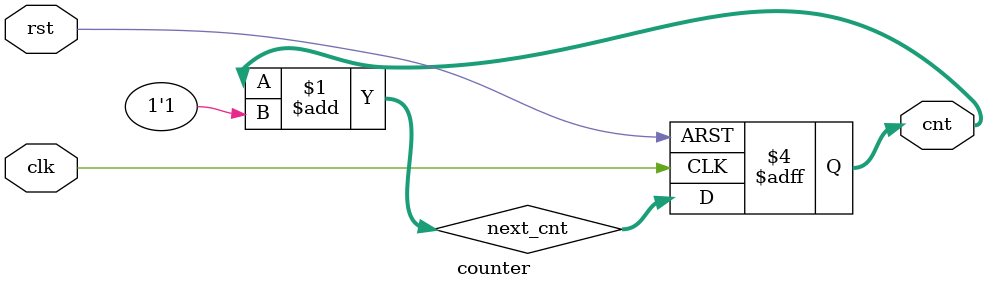
<source format=v>

module counter(cnt,clk,rst);
input clk,rst;
output [2:0]cnt;

reg [2:0]cnt;
wire [2:0]next_cnt;

assign next_cnt = cnt + 1'b1;  //Just increment by 1

always @ (posedge clk or negedge rst)
begin
  if(!rst)
  begin
    cnt <= 3'b0;
  end
  else
  begin
    cnt <= next_cnt;
  end
end

endmodule
</source>
